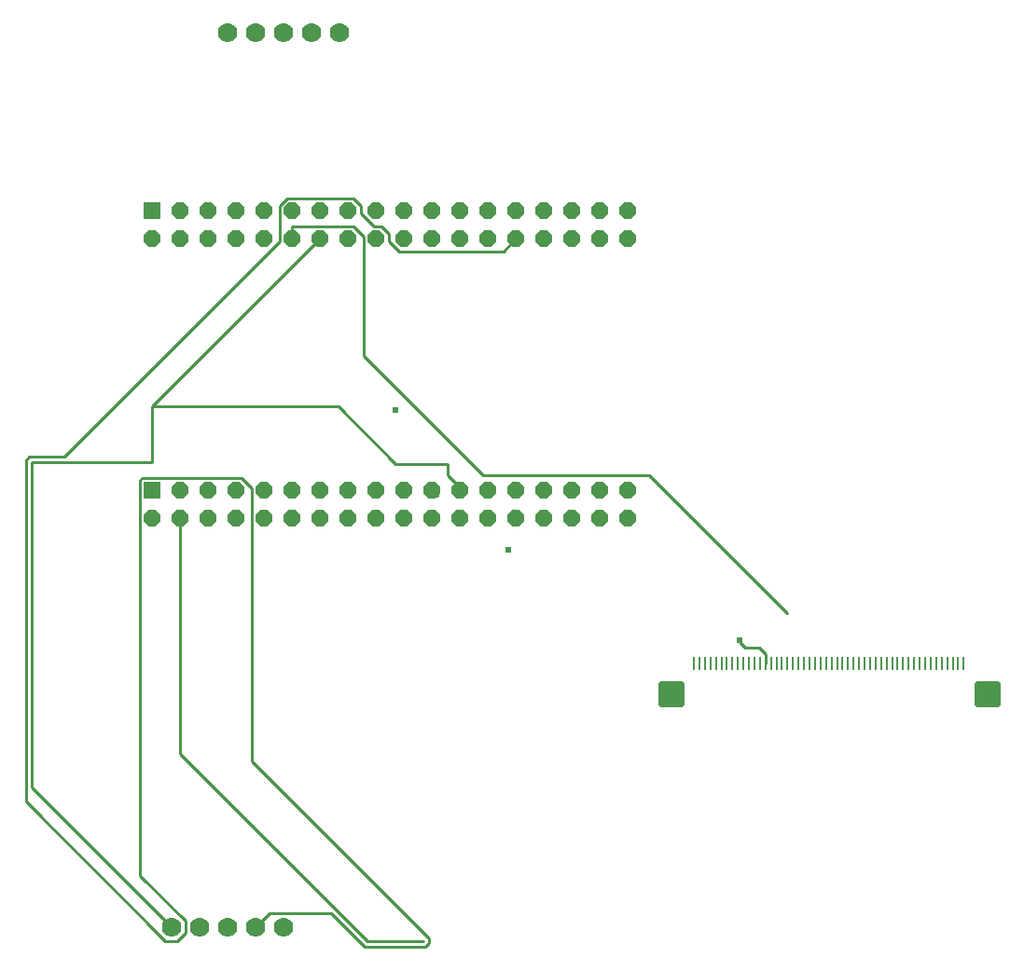
<source format=gbr>
G04 EAGLE Gerber RS-274X export*
G75*
%MOMM*%
%FSLAX34Y34*%
%LPD*%
%INBottom Copper*%
%IPPOS*%
%AMOC8*
5,1,8,0,0,1.08239X$1,22.5*%
G01*
%ADD10R,1.524000X1.524000*%
%ADD11P,1.649562X8X22.500000*%
%ADD12R,0.275000X1.200000*%
%ADD13C,0.600000*%
%ADD14C,1.778000*%
%ADD15C,0.254000*%
%ADD16C,0.609600*%


D10*
X135300Y701300D03*
D11*
X135300Y675900D03*
X160700Y701300D03*
X160700Y675900D03*
X186100Y701300D03*
X186100Y675900D03*
X211500Y701300D03*
X211500Y675900D03*
X236900Y701300D03*
X236900Y675900D03*
X262300Y701300D03*
X262300Y675900D03*
X287700Y701300D03*
X287700Y675900D03*
X313100Y701300D03*
X313100Y675900D03*
X338500Y701300D03*
X338500Y675900D03*
X363900Y701300D03*
X363900Y675900D03*
X389300Y701300D03*
X389300Y675900D03*
X414700Y701300D03*
X414700Y675900D03*
X440100Y701300D03*
X440100Y675900D03*
X465500Y701300D03*
X465500Y675900D03*
X490900Y701300D03*
X490900Y675900D03*
X516300Y701300D03*
X516300Y675900D03*
X541700Y701300D03*
X541700Y675900D03*
X567100Y701300D03*
X567100Y675900D03*
D10*
X135300Y447300D03*
D11*
X135300Y421900D03*
X160700Y447300D03*
X160700Y421900D03*
X186100Y447300D03*
X186100Y421900D03*
X211500Y447300D03*
X211500Y421900D03*
X236900Y447300D03*
X236900Y421900D03*
X262300Y447300D03*
X262300Y421900D03*
X287700Y447300D03*
X287700Y421900D03*
X313100Y447300D03*
X313100Y421900D03*
X338500Y447300D03*
X338500Y421900D03*
X363900Y447300D03*
X363900Y421900D03*
X389300Y447300D03*
X389300Y421900D03*
X414700Y447300D03*
X414700Y421900D03*
X440100Y447300D03*
X440100Y421900D03*
X465500Y447300D03*
X465500Y421900D03*
X490900Y447300D03*
X490900Y421900D03*
X516300Y447300D03*
X516300Y421900D03*
X541700Y447300D03*
X541700Y421900D03*
X567100Y447300D03*
X567100Y421900D03*
D12*
X871800Y289800D03*
X866800Y289800D03*
X861800Y289800D03*
X856800Y289800D03*
X851800Y289800D03*
X846800Y289800D03*
X841800Y289800D03*
X836800Y289800D03*
X831800Y289800D03*
X826800Y289800D03*
X821800Y289800D03*
X816800Y289800D03*
X811800Y289800D03*
X806800Y289800D03*
X801800Y289800D03*
X796800Y289800D03*
X791800Y289800D03*
X786800Y289800D03*
X781800Y289800D03*
X776800Y289800D03*
X771800Y289800D03*
X766800Y289800D03*
X761800Y289800D03*
X756800Y289800D03*
X751800Y289800D03*
X746800Y289800D03*
X741800Y289800D03*
X736800Y289800D03*
X731800Y289800D03*
X726800Y289800D03*
X721800Y289800D03*
X716800Y289800D03*
X711800Y289800D03*
X706800Y289800D03*
X701800Y289800D03*
X696800Y289800D03*
X691800Y289800D03*
X686800Y289800D03*
X681800Y289800D03*
X676800Y289800D03*
X671800Y289800D03*
X666800Y289800D03*
X661800Y289800D03*
X656800Y289800D03*
X651800Y289800D03*
X646800Y289800D03*
X641800Y289800D03*
X636800Y289800D03*
X631800Y289800D03*
X626800Y289800D03*
D13*
X883800Y271800D02*
X901800Y271800D01*
X901800Y253800D01*
X883800Y253800D01*
X883800Y271800D01*
X883800Y259500D02*
X901800Y259500D01*
X901800Y265200D02*
X883800Y265200D01*
X883800Y270900D02*
X901800Y270900D01*
X614800Y271800D02*
X596800Y271800D01*
X614800Y271800D02*
X614800Y253800D01*
X596800Y253800D01*
X596800Y271800D01*
X596800Y259500D02*
X614800Y259500D01*
X614800Y265200D02*
X596800Y265200D01*
X596800Y270900D02*
X614800Y270900D01*
D14*
X203200Y863600D03*
X228600Y863600D03*
X254000Y863600D03*
X279400Y863600D03*
X304800Y863600D03*
X152400Y50800D03*
X177800Y50800D03*
X203200Y50800D03*
X228600Y50800D03*
X254000Y50800D03*
D15*
X393700Y442900D02*
X393700Y444500D01*
X393700Y442900D02*
X389300Y447300D01*
D16*
X458388Y393700D03*
D15*
X386080Y35996D02*
X383104Y33020D01*
X386080Y35996D02*
X386080Y40204D01*
X165100Y45539D02*
X165100Y56061D01*
X165100Y45539D02*
X157661Y38100D01*
X147139Y38100D01*
X20320Y474804D02*
X23296Y477780D01*
X250870Y706035D02*
X257566Y712730D01*
X317835Y712730D02*
X324530Y706035D01*
X343235Y687330D02*
X349930Y680635D01*
X328096Y33020D02*
X383104Y33020D01*
X241300Y63500D02*
X228600Y50800D01*
X241300Y63500D02*
X297616Y63500D01*
X328096Y33020D01*
X123870Y97291D02*
X123870Y456498D01*
X324530Y699106D02*
X324530Y706035D01*
X324530Y699106D02*
X336306Y687330D01*
X343235Y687330D01*
X349930Y680635D02*
X349930Y673706D01*
X123870Y97291D02*
X165100Y56061D01*
X225470Y200814D02*
X386080Y40204D01*
X225470Y200814D02*
X225470Y449495D01*
X20320Y164919D02*
X147139Y38100D01*
X20320Y164919D02*
X20320Y474804D01*
X349930Y673706D02*
X359166Y664470D01*
X454070Y664470D01*
X465500Y675900D01*
X317835Y712730D02*
X257566Y712730D01*
X216235Y458730D02*
X225470Y449495D01*
X216235Y458730D02*
X126102Y458730D01*
X123870Y456498D01*
X54945Y477780D02*
X23296Y477780D01*
X54945Y477780D02*
X250870Y673706D01*
X250870Y706035D01*
X691800Y298800D02*
X691800Y289800D01*
X691800Y298800D02*
X685800Y304800D01*
X673100Y304800D01*
X668415Y309485D01*
X668415Y311478D01*
D16*
X668415Y311478D03*
D15*
X711800Y335663D02*
X586193Y461270D01*
X435366Y461270D01*
X327070Y569566D01*
X262300Y675900D02*
X262300Y687330D01*
X317835Y687330D01*
X327070Y678095D01*
X327070Y569566D01*
X25400Y472700D02*
X25400Y177800D01*
X152400Y50800D01*
X135300Y472700D02*
X25400Y472700D01*
X135300Y523500D02*
X287700Y675900D01*
X135300Y523500D02*
X135300Y472700D01*
X135300Y523500D02*
X303865Y523500D01*
X355935Y471430D01*
X403270Y471430D01*
X414700Y449840D02*
X414700Y447300D01*
X414700Y449840D02*
X403270Y461270D01*
X403270Y471430D01*
X160700Y421900D02*
X160700Y207600D01*
X330200Y38100D01*
X381000Y38100D01*
D16*
X355600Y520700D03*
M02*

</source>
